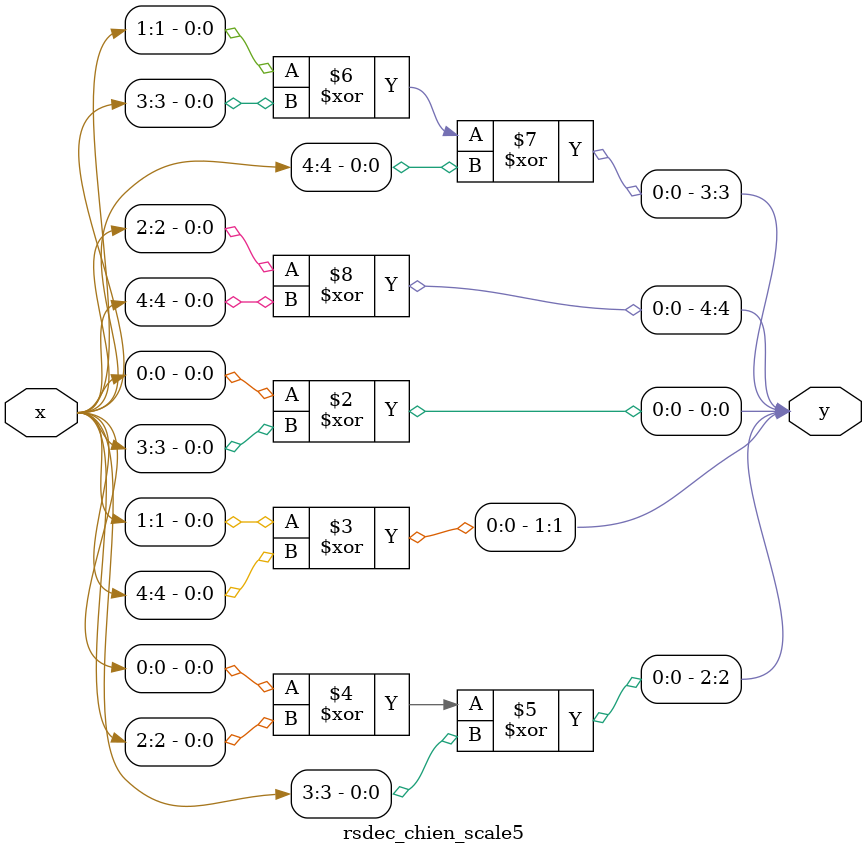
<source format=v>
module rsdec_chien_scale5 (y, x);
	input [4:0] x;
	output [4:0] y;
	reg [4:0] y;
	always @ (x)
	begin
		y[0] = x[0] ^ x[3];
		y[1] = x[1] ^ x[4];
		y[2] = x[0] ^ x[2] ^ x[3];
		y[3] = x[1] ^ x[3] ^ x[4];
		y[4] = x[2] ^ x[4];
	end
endmodule
</source>
